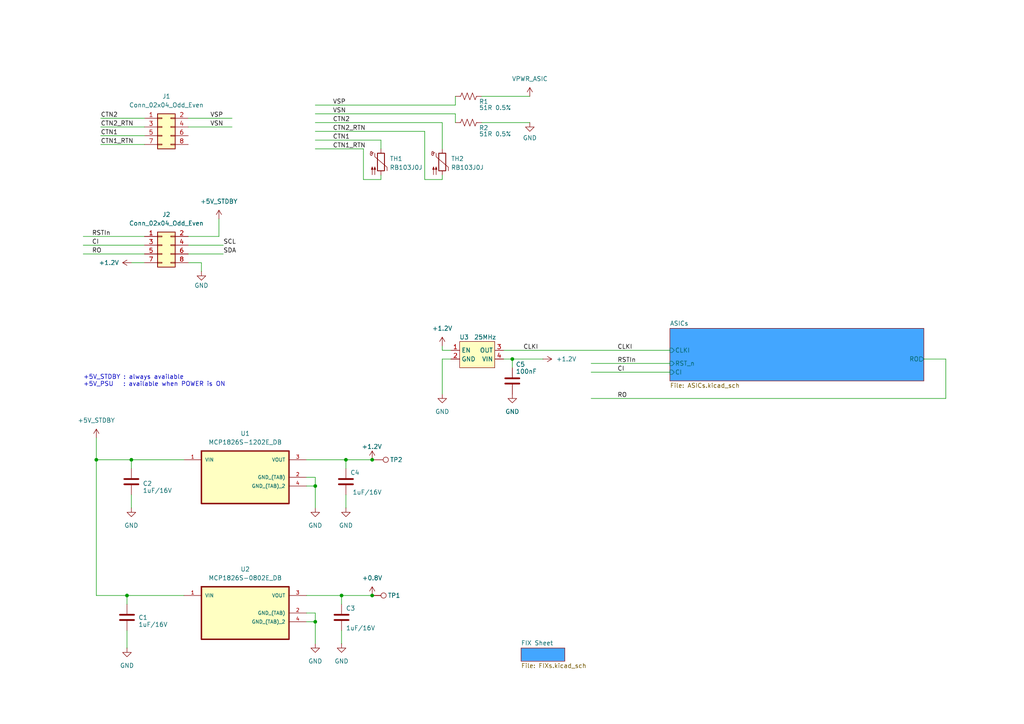
<source format=kicad_sch>
(kicad_sch (version 20231120) (generator "eeschema") (generator_version "8.0")
  (paper "A4")
  (lib_symbols
    (symbol "Connector:TestPoint" (pin_numbers hide) (pin_names (offset 0.762) hide)
      (property "Reference" "TP" (at 0 6.858 0))
      (property "Value" "TestPoint" (at 0 5.08 0))
      (symbol "TestPoint_0_1"
        (circle (center 0 3.302) (radius 0.762))
      )
      (symbol "TestPoint_1_1"
        (pin passive line (at 0 0 90) (length 2.54) (name "1") (number "1"))
      )
    )
    (symbol "Connector_Generic:Conn_02x04_Odd_Even" (pin_names (offset 1.016) hide)
      (property "Reference" "J" (at 1.27 5.08 0))
      (property "Value" "Conn_02x04_Odd_Even" (at 1.27 -7.62 0))
      (symbol "Conn_02x04_Odd_Even_1_1"
        (rectangle (start -1.27 -4.953) (end 0 -5.207) (stroke (width 0.1524)))
        (rectangle (start -1.27 -2.413) (end 0 -2.667) (stroke (width 0.1524)))
        (rectangle (start -1.27 0.127) (end 0 -0.127) (stroke (width 0.1524)))
        (rectangle (start -1.27 2.667) (end 0 2.413) (stroke (width 0.1524)))
        (rectangle (start -1.27 3.81) (end 3.81 -6.35) (stroke (width 0.254)) (fill (type background)))
        (rectangle (start 3.81 -4.953) (end 2.54 -5.207) (stroke (width 0.1524)))
        (rectangle (start 3.81 -2.413) (end 2.54 -2.667) (stroke (width 0.1524)))
        (rectangle (start 3.81 0.127) (end 2.54 -0.127) (stroke (width 0.1524)))
        (rectangle (start 3.81 2.667) (end 2.54 2.413) (stroke (width 0.1524)))
        (pin passive line (at -5.08 2.54 0) (length 3.81) (name "Pin_1") (number "1"))
        (pin passive line (at 7.62 2.54 180) (length 3.81) (name "Pin_2") (number "2"))
        (pin passive line (at -5.08 0 0) (length 3.81) (name "Pin_3") (number "3"))
        (pin passive line (at 7.62 0 180) (length 3.81) (name "Pin_4") (number "4"))
        (pin passive line (at -5.08 -2.54 0) (length 3.81) (name "Pin_5") (number "5"))
        (pin passive line (at 7.62 -2.54 180) (length 3.81) (name "Pin_6") (number "6"))
        (pin passive line (at -5.08 -5.08 0) (length 3.81) (name "Pin_7") (number "7"))
        (pin passive line (at 7.62 -5.08 180) (length 3.81) (name "Pin_8") (number "8"))
      )
    )
    (symbol "Device:C" (pin_numbers hide) (pin_names (offset 0.254))
      (property "Reference" "C" (at 0.635 2.54 0))
      (property "Value" "C" (at 0.635 -2.54 0))
      (symbol "C_0_1"
        (polyline (pts (xy -2.032 -0.762) (xy 2.032 -0.762)) (stroke (width 0.508)))
        (polyline (pts (xy -2.032 0.762) (xy 2.032 0.762)) (stroke (width 0.508)))
      )
      (symbol "C_1_1"
        (pin passive line (at 0 3.81 270) (length 2.794) (name "~") (number "1"))
        (pin passive line (at 0 -3.81 90) (length 2.794) (name "~") (number "2"))
      )
    )
    (symbol "Device:R_US" (pin_numbers hide) (pin_names (offset 0))
      (property "Reference" "R" (at 2.54 0 90))
      (property "Value" "R_US" (at -2.54 0 90))
      (symbol "R_US_0_1"
        (polyline (pts (xy 0 -2.286) (xy 0 -2.54)))
        (polyline (pts (xy 0 2.286) (xy 0 2.54)))
        (polyline (pts (xy 0 -0.762) (xy 1.016 -1.143) (xy 0 -1.524) (xy -1.016 -1.905) (xy 0 -2.286)))
        (polyline (pts (xy 0 0.762) (xy 1.016 0.381) (xy 0 0) (xy -1.016 -0.381) (xy 0 -0.762)))
        (polyline (pts (xy 0 2.286) (xy 1.016 1.905) (xy 0 1.524) (xy -1.016 1.143) (xy 0 0.762)))
      )
      (symbol "R_US_1_1"
        (pin passive line (at 0 3.81 270) (length 1.27) (name "~") (number "1"))
        (pin passive line (at 0 -3.81 90) (length 1.27) (name "~") (number "2"))
      )
    )
    (symbol "EKO_Miner_ASIClib:MCP1826S-0802E_DB" (pin_names (offset 1.016))
      (property "Reference" "U" (at -12.7 10.668 0))
      (property "Value" "MCP1826S-0802E_DB" (at -12.7 8.636 0))
      (property "P/N MOUSER" "579-MCP1826S-0802EDB" (at 0 0 0))
      (symbol "MCP1826S-0802E_DB_0_0"
        (rectangle (start -12.7 -7.62) (end 12.7 7.62) (stroke (width 0.41)) (fill (type background)))
        (pin input line (at -17.78 5.08 0) (length 5.08) (name "VIN") (number "1"))
        (pin power_in line (at 17.78 0 180) (length 5.08) (name "GND_(TAB)") (number "2"))
        (pin output line (at 17.78 5.08 180) (length 5.08) (name "VOUT") (number "3"))
        (pin power_in line (at 17.78 -2.54 180) (length 5.08) (name "GND_(TAB)_2") (number "4"))
      )
    )
    (symbol "EKO_Miner_ASIClib:MCP1826S-1802E_DB" (pin_names (offset 1.016))
      (property "Reference" "U" (at -12.7 10.668 0))
      (property "Value" "MCP1826S-1802E_DB" (at -12.7 8.636 0))
      (property "P/N MOUSER" "579-MCP1826S-1802EDB" (at 0 0 0))
      (symbol "MCP1826S-1802E_DB_0_0"
        (rectangle (start -12.7 -7.62) (end 12.7 7.62) (stroke (width 0.41)) (fill (type background)))
        (pin input line (at -17.78 5.08 0) (length 5.08) (name "VIN") (number "1"))
        (pin power_in line (at 17.78 0 180) (length 5.08) (name "GND_(TAB)") (number "2"))
        (pin output line (at 17.78 5.08 180) (length 5.08) (name "VOUT") (number "3"))
        (pin power_in line (at 17.78 -2.54 180) (length 5.08) (name "GND_(TAB)_2") (number "4"))
      )
    )
    (symbol "Sensor_Temperature:PT1000" (pin_numbers hide) (pin_names (offset 0))
      (property "Reference" "TH" (at -4.445 0 90))
      (property "Value" "PT1000" (at 3.175 0 90))
      (symbol "PT1000_0_1"
        (arc (start -3.048 2.159) (mid -3.0495 2.3143) (end -3.175 2.413))
        (arc (start -3.048 2.159) (mid -2.9736 1.9794) (end -2.794 1.905))
        (arc (start -3.048 2.794) (mid -2.9736 2.6144) (end -2.794 2.54))
        (arc (start -2.794 1.905) (mid -2.6144 1.9794) (end -2.54 2.159))
        (arc (start -2.794 2.54) (mid -2.4393 2.5587) (end -2.159 2.794))
        (arc (start -2.794 3.048) (mid -2.9736 2.9736) (end -3.048 2.794))
        (arc (start -2.54 2.794) (mid -2.6144 2.9736) (end -2.794 3.048))
        (rectangle (start -1.016 2.54) (end 1.016 -2.54) (stroke (width 0.254)))
        (polyline (pts (xy -2.54 2.159) (xy -2.54 2.794)))
        (polyline (pts (xy -1.778 2.54) (xy -1.778 1.524) (xy 1.778 -1.524) (xy 1.778 -2.54)))
        (polyline (pts (xy -2.54 -3.683) (xy -2.54 -1.397) (xy -2.794 -2.159) (xy -2.286 -2.159) (xy -2.54 -1.397) (xy -2.54 -1.651)) (fill (type outline)))
        (polyline (pts (xy -1.778 -3.683) (xy -1.778 -1.397) (xy -2.032 -2.159) (xy -1.524 -2.159) (xy -1.778 -1.397) (xy -1.778 -1.651)) (fill (type outline)))
      )
      (symbol "PT1000_1_1"
        (pin passive line (at 0 3.81 270) (length 1.27) (name "~") (number "1"))
        (pin passive line (at 0 -3.81 90) (length 1.27) (name "~") (number "2"))
      )
    )
    (symbol "bitaxe:oscillator"
      (property "Reference" "U" (at -3.81 5.08 0))
      (property "Value" "oscillator" (at 0 -5.08 0))
      (symbol "oscillator_0_1"
        (rectangle (start -5.08 3.81) (end 5.08 -3.81) (stroke (width 0.1524)) (fill (type background)))
      )
      (symbol "oscillator_1_0"
        (pin bidirectional line (at -7.62 1.27 0) (length 2.54) (name "EN") (number "1"))
        (pin bidirectional line (at -7.62 -1.27 0) (length 2.54) (name "GND") (number "2"))
        (pin bidirectional line (at 7.62 1.27 180) (length 2.54) (name "OUT") (number "3"))
        (pin bidirectional line (at 7.62 -1.27 180) (length 2.54) (name "VIN") (number "4"))
      )
    )
    (symbol "power:+3.3V" (power) (pin_names (offset 0))
      (property "Value" "+3.3V" (at 0 3.556 0))
      (symbol "+3.3V_0_1"
        (polyline (pts (xy -0.762 1.27) (xy 0 2.54)))
        (polyline (pts (xy 0 0) (xy 0 2.54)))
        (polyline (pts (xy 0 2.54) (xy 0.762 1.27)))
      )
      (symbol "+3.3V_1_1"
        (pin power_in line (at 0 0 90) (length 0) hide (name "+3.3V") (number "1"))
      )
    )
    (symbol "power:GND" (power) (pin_numbers hide) (pin_names (offset 0) hide)
      (property "Value" "GND" (at 0 -3.81 0))
      (symbol "GND_0_1"
        (polyline (pts (xy 0 0) (xy 0 -1.27) (xy 1.27 -1.27) (xy 0 -2.54) (xy -1.27 -1.27) (xy 0 -1.27)))
      )
      (symbol "GND_1_1"
        (pin power_in line (at 0 0 270) (length 0) (name "~") (number "1"))
      )
    )
    (symbol "power:VDD" (power) (pin_numbers hide) (pin_names (offset 0) hide)
      (property "Value" "VDD" (at 0 3.556 0))
      (symbol "VDD_0_1"
        (polyline (pts (xy -0.762 1.27) (xy 0 2.54)))
        (polyline (pts (xy 0 0) (xy 0 2.54)))
        (polyline (pts (xy 0 2.54) (xy 0.762 1.27)))
      )
      (symbol "VDD_1_1"
        (pin power_in line (at 0 0 90) (length 0) (name "~") (number "1"))
      )
    )
  )
  (junction (at 107.95 172.72))
  (junction (at 99.06 172.72))
  (junction (at 107.95 133.35))
  (junction (at 38.1 133.35))
  (junction (at 27.94 133.35))
  (junction (at 91.44 140.97))
  (junction (at 36.83 172.72))
  (junction (at 100.33 133.35) (diameter 0.9144))
  (junction (at 148.59 104.14))
  (junction (at 91.44 180.34))
  (wire (pts (xy 29.21 34.29) (xy 41.91 34.29)))
  (wire (pts (xy 88.9 133.35) (xy 100.33 133.35)))
  (wire (pts (xy 128.27 52.07) (xy 128.27 50.8)))
  (wire (pts (xy 27.94 133.35) (xy 38.1 133.35)))
  (wire (pts (xy 91.44 138.43) (xy 91.44 140.97)))
  (wire (pts (xy 110.49 52.07) (xy 110.49 50.8)))
  (wire (pts (xy 88.9 177.8) (xy 91.44 177.8)))
  (wire (pts (xy 91.44 140.97) (xy 91.44 147.32)))
  (wire (pts (xy 36.83 172.72) (xy 53.34 172.72)))
  (wire (pts (xy 148.59 104.14) (xy 148.59 106.68)))
  (wire (pts (xy 36.83 187.96) (xy 36.83 182.88)))
  (wire (pts (xy 88.9 140.97) (xy 91.44 140.97)))
  (wire (pts (xy 29.21 41.91) (xy 41.91 41.91)))
  (wire (pts (xy 99.06 172.72) (xy 107.95 172.72)))
  (wire (pts (xy 274.32 115.57) (xy 274.32 104.14)))
  (wire (pts (xy 123.19 52.07) (xy 128.27 52.07)))
  (wire (pts (xy 107.95 133.35) (xy 108.585 133.35)))
  (wire (pts (xy 128.27 104.14) (xy 128.27 114.3)))
  (wire (pts (xy 171.45 105.41) (xy 194.31 105.41)))
  (wire (pts (xy 105.41 43.18) (xy 105.41 52.07)))
  (wire (pts (xy 29.21 36.83) (xy 41.91 36.83)))
  (wire (pts (xy 132.08 27.94) (xy 132.08 30.48)))
  (wire (pts (xy 128.27 101.6) (xy 128.27 100.33)))
  (wire (pts (xy 128.27 35.56) (xy 128.27 43.18)))
  (wire (pts (xy 38.1 133.35) (xy 38.1 135.89)))
  (wire (pts (xy 139.7 35.56) (xy 153.67 35.56)))
  (wire (pts (xy 99.06 186.69) (xy 99.06 182.88)))
  (wire (pts (xy 91.44 43.18) (xy 105.41 43.18)))
  (wire (pts (xy 27.94 172.72) (xy 36.83 172.72)))
  (wire (pts (xy 105.41 52.07) (xy 110.49 52.07)))
  (wire (pts (xy 27.94 133.35) (xy 27.94 172.72)))
  (wire (pts (xy 58.42 76.2) (xy 58.42 78.74)))
  (wire (pts (xy 38.1 143.51) (xy 38.1 147.32)))
  (wire (pts (xy 146.05 101.6) (xy 194.31 101.6)))
  (wire (pts (xy 132.08 30.48) (xy 91.44 30.48)))
  (wire (pts (xy 88.9 172.72) (xy 99.06 172.72)))
  (wire (pts (xy 128.27 104.14) (xy 130.81 104.14)))
  (wire (pts (xy 24.13 71.12) (xy 41.91 71.12)))
  (wire (pts (xy 64.77 73.66) (xy 54.61 73.66)))
  (wire (pts (xy 171.45 107.95) (xy 194.31 107.95)))
  (wire (pts (xy 88.9 180.34) (xy 91.44 180.34)))
  (wire (pts (xy 100.33 133.35) (xy 100.33 135.89)))
  (wire (pts (xy 91.44 33.02) (xy 132.08 33.02)))
  (wire (pts (xy 91.44 35.56) (xy 128.27 35.56)))
  (wire (pts (xy 91.44 40.64) (xy 110.49 40.64)))
  (wire (pts (xy 38.1 133.35) (xy 53.34 133.35)))
  (wire (pts (xy 139.7 27.94) (xy 153.67 27.94)))
  (wire (pts (xy 63.5 63.5) (xy 63.5 68.58)))
  (wire (pts (xy 41.91 76.2) (xy 38.1 76.2)))
  (wire (pts (xy 54.61 36.83) (xy 67.31 36.83)))
  (wire (pts (xy 132.08 33.02) (xy 132.08 35.56)))
  (wire (pts (xy 110.49 40.64) (xy 110.49 43.18)))
  (wire (pts (xy 91.44 186.69) (xy 91.44 180.34)))
  (wire (pts (xy 123.19 38.1) (xy 123.19 52.07)))
  (wire (pts (xy 274.32 104.14) (xy 267.97 104.14)))
  (wire (pts (xy 171.45 115.57) (xy 274.32 115.57)))
  (wire (pts (xy 24.13 73.66) (xy 41.91 73.66)))
  (wire (pts (xy 91.44 138.43) (xy 88.9 138.43)))
  (wire (pts (xy 54.61 34.29) (xy 67.31 34.29)))
  (wire (pts (xy 148.59 104.14) (xy 157.48 104.14)))
  (wire (pts (xy 54.61 76.2) (xy 58.42 76.2)))
  (wire (pts (xy 91.44 180.34) (xy 91.44 177.8)))
  (wire (pts (xy 128.27 101.6) (xy 130.81 101.6)))
  (wire (pts (xy 91.44 38.1) (xy 123.19 38.1)))
  (wire (pts (xy 100.33 143.51) (xy 100.33 147.32)))
  (wire (pts (xy 27.94 127) (xy 27.94 133.35)))
  (wire (pts (xy 99.06 172.72) (xy 99.06 175.26)))
  (wire (pts (xy 100.33 133.35) (xy 107.95 133.35)))
  (wire (pts (xy 64.77 71.12) (xy 54.61 71.12)))
  (wire (pts (xy 146.05 104.14) (xy 148.59 104.14)))
  (wire (pts (xy 24.13 68.58) (xy 41.91 68.58)))
  (wire (pts (xy 29.21 39.37) (xy 41.91 39.37)))
  (wire (pts (xy 63.5 68.58) (xy 54.61 68.58)))
  (wire (pts (xy 36.83 172.72) (xy 36.83 175.26)))
  (text "+5V_STDBY : always available\n+5V_PSU   : available when POWER is ON" (at 24.13 110.49 0) (effects (font (size 1.27 1.27)) (justify left)))
  (label "CTN1_RTN" (at 29.21 41.91 0))
  (label "CLKI" (at 179.07 101.6 0))
  (label "RSTIn" (at 179.07 105.41 0))
  (label "CI" (at 179.07 107.95 0))
  (label "CLKI" (at 151.765 101.6 0))
  (label "VSN" (at 60.96 36.83 0))
  (label "RO" (at 26.67 73.66 0))
  (label "CTN2" (at 29.21 34.29 0))
  (label "CTN1_RTN" (at 96.52 43.18 0))
  (label "CTN1" (at 29.21 39.37 0))
  (label "RO" (at 179.07 115.57 0))
  (label "RSTIn" (at 26.67 68.58 0))
  (label "VSP" (at 96.52 30.48 0))
  (label "CI" (at 26.67 71.12 0))
  (label "SCL" (at 64.77 71.12 0))
  (label "CTN2_RTN" (at 96.52 38.1 0))
  (label "VSP" (at 60.96 34.29 0))
  (label "CTN2_RTN" (at 29.21 36.83 0))
  (label "VSN" (at 96.52 33.02 0))
  (label "CTN1" (at 96.52 40.64 0))
  (label "CTN2" (at 96.52 35.56 0))
  (label "SDA" (at 64.77 73.66 0))
  (symbol (lib_id "power:GND") (at 58.42 78.74 0) (mirror y) (unit 1)
    (property "Reference" "#PWR05" (effects (hide yes)))
    (property "Value" "GND" (at 58.42 82.804 0))
    (property "Description" "Power symbol creates a global label with name \"GND\" , ground" (effects (hide yes)))
  )
  (symbol (lib_id "power:GND") (at 91.44 186.69 0) (unit 1)
    (property "Reference" "#PWR08" (effects (hide yes)))
    (property "Value" "GND" (at 91.44 191.77 0))
    (property "Description" "Power symbol creates a global label with name \"GND\" , ground" (effects (hide yes)))
  )
  (symbol (lib_id "power:GND") (at 128.27 114.3 0) (unit 1)
    (property "Reference" "#PWR014" (effects (hide yes)))
    (property "Value" "GND" (at 128.27 119.38 0))
    (property "Description" "Power symbol creates a global label with name \"GND\" , ground" (effects (hide yes)))
  )
  (symbol (lib_id "power:VDD") (at 107.95 172.72 0) (unit 1)
    (property "Reference" "#PWR012" (effects (hide yes)))
    (property "Value" "+0.8V" (at 107.95 167.64 0))
    (property "Description" "Power symbol creates a global label with name \"VDD\"" (effects (hide yes)))
  )
  (symbol (lib_id "Connector:TestPoint") (at 107.95 172.72 270) (mirror x) (unit 1) (in_bom no)
    (property "Reference" "TP1" (at 114.3 172.72 90))
    (property "Value" "TestPoint" (effects (hide yes)))
    (property "Footprint" "TestPoint:TestPoint_Pad_D1.0mm" (effects (hide yes)))
  )
  (symbol (lib_id "power:GND") (at 100.33 147.32 0) (unit 1)
    (property "Reference" "#PWR010" (effects (hide yes)))
    (property "Value" "GND" (at 100.33 152.4 0))
    (property "Description" "Power symbol creates a global label with name \"GND\" , ground" (effects (hide yes)))
  )
  (symbol (lib_id "power:GND") (at 38.1 147.32 0) (unit 1)
    (property "Reference" "#PWR04" (effects (hide yes)))
    (property "Value" "GND" (at 38.1 152.4 0))
    (property "Description" "Power symbol creates a global label with name \"GND\" , ground" (effects (hide yes)))
  )
  (symbol (lib_id "Device:C") (at 36.83 179.07 0) (unit 1)
    (property "Reference" "C1" (at 40.132 179.832 0) (effects (justify left bottom)))
    (property "Value" "1uF/16V" (at 40.132 181.864 0) (effects (justify left bottom)))
    (property "Footprint" "Capacitor_SMD:C_0805_2012Metric_Pad1.18x1.45mm_HandSolder" (effects (hide yes)))
    (property "MP" "CL21B105KOFNFNE" (effects (hide yes)))
    (property "P/N MOUSER" "187-CL21B105KOFNFNE" (effects (hide yes)))
  )
  (symbol (lib_id "bitaxe:oscillator") (at 138.43 102.87 0) (unit 1)
    (property "Reference" "U3" (at 134.62 97.79 0))
    (property "Value" "25MHz" (at 140.716 97.79 0))
    (property "Footprint" "Oscillator:Oscillator_SMD_Abracon_ASE-4Pin_3.2x2.5mm" (effects (hide yes)))
    (property "Datasheet" "https://www.jauch.com/downloadfile/5ef1edcfb8e2f73163c8ce8009ef659d1/jo32-1.8-3.3v.pdf" (effects (hide yes)))
    (property "MP" "LFSPXO076024Cutt" (effects (hide yes)))
    (property "P/N MOUSER" "449-LFSPXO076024CUTT" (effects (hide yes)))
  )
  (symbol (lib_id "EKO_Miner_ASIClib:MCP1826S-1802E_DB") (at 71.12 138.43 0) (unit 1)
    (property "Reference" "U1" (at 71.12 125.73 0))
    (property "Value" "MCP1826S-1202E_DB" (at 71.12 128.27 0))
    (property "Footprint" "EKO_Miner_ASIClib:MCP1826S" (effects (hide yes)))
    (property "MF" "Microchip" (effects (hide yes)))
    (property "Description_1" "\nIC,LINEAR REGULATOR;MAX. INPUT,6V;OUTPUT,1.2V;1000MA;ACCURACY,0.5%;SOT223-3 | Microchip Technology Inc. MCP1826S-1202E/DB\n" (effects (hide yes)))
    (property "Package" "SOT-223 Microchip Technology" (effects (hide yes)))
    (property "Price" "None" (effects (hide yes)))
    (property "MP" "MCP1826S-1802E/DB" (effects (hide yes)))
    (property "Purchase-URL" "https://www.snapeda.com/api/url_track_click_mouser/?unipart_id=142747&manufacturer=Microchip&part_name=MCP1826S-1802E/DB&search_term=mcp1826s" (effects (hide yes)))
    (property "Availability" "In Stock" (effects (hide yes)))
    (property "Check_prices" "https://www.snapeda.com/parts/MCP1826S-1802E/DB/Microchip/view-part/?ref=eda" (effects (hide yes)))
    (property "P/N MOUSER" "579-MCP1826S-1802EDB" (effects (hide yes)))
  )
  (symbol (lib_id "power:VDD") (at 38.1 76.2 90) (unit 1)
    (property "Reference" "#PWR03" (effects (hide yes)))
    (property "Value" "+1.2V" (at 34.544 76.2 90) (effects (justify left)))
    (property "Description" "Power symbol creates a global label with name \"VDD\"" (effects (hide yes)))
  )
  (symbol (lib_id "power:VDD") (at 157.48 104.14 270) (unit 1)
    (property "Reference" "#PWR018" (effects (hide yes)))
    (property "Value" "+1.2V" (at 161.29 104.1399 90) (effects (justify left)))
    (property "Description" "Power symbol creates a global label with name \"VDD\"" (effects (hide yes)))
  )
  (symbol (lib_id "power:VDD") (at 107.95 133.35 0) (unit 1)
    (property "Reference" "#PWR011" (effects (hide yes)))
    (property "Value" "+1.2V" (at 104.902 129.54 0) (effects (justify left)))
    (property "Description" "Power symbol creates a global label with name \"VDD\"" (effects (hide yes)))
  )
  (symbol (lib_id "power:GND") (at 99.06 186.69 0) (unit 1)
    (property "Reference" "#PWR09" (effects (hide yes)))
    (property "Value" "GND" (at 99.06 191.77 0))
    (property "Description" "Power symbol creates a global label with name \"GND\" , ground" (effects (hide yes)))
  )
  (symbol (lib_id "Connector_Generic:Conn_02x04_Odd_Even") (at 46.99 71.12 0) (unit 1)
    (property "Reference" "J2" (at 48.26 62.23 0))
    (property "Value" "Conn_02x04_Odd_Even" (at 48.26 64.77 0))
    (property "Footprint" "Connector_PinHeader_2.54mm:PinHeader_2x04_P2.54mm_Vertical_SMD" (effects (hide yes)))
    (property "Description" "Generic connector, double row, 02x04, odd/even pin numbering scheme (row 1 odd numbers, row 2 even numbers), script generated (kicad-library-utils/schlib/autogen/connector/)" (effects (hide yes)))
  )
  (symbol (lib_id "Connector:TestPoint") (at 108.585 133.35 270) (mirror x) (unit 1) (in_bom no)
    (property "Reference" "TP2" (at 114.935 133.35 90))
    (property "Value" "TestPoint" (effects (hide yes)))
    (property "Footprint" "TestPoint:TestPoint_Pad_D1.0mm" (effects (hide yes)))
  )
  (symbol (lib_id "power:GND") (at 36.83 187.96 0) (unit 1)
    (property "Reference" "#PWR02" (effects (hide yes)))
    (property "Value" "GND" (at 36.83 193.04 0))
    (property "Description" "Power symbol creates a global label with name \"GND\" , ground" (effects (hide yes)))
  )
  (symbol (lib_id "Device:C") (at 99.06 179.07 0) (unit 1)
    (property "Reference" "C3" (at 100.33 177.165 0) (effects (justify left bottom)))
    (property "Value" "1uF/16V" (at 100.33 182.88 0) (effects (justify left bottom)))
    (property "Footprint" "Capacitor_SMD:C_0805_2012Metric_Pad1.18x1.45mm_HandSolder" (effects (hide yes)))
    (property "MP" "CL21B105KOFNFNE" (effects (hide yes)))
    (property "P/N MOUSER" "187-CL21B105KOFNFNE" (effects (hide yes)))
  )
  (symbol (lib_id "Device:R_US") (at 135.89 27.94 270) (unit 1)
    (property "Reference" "R1" (at 138.938 29.464 90) (effects (justify left)))
    (property "Value" "51R 0.5%" (at 138.938 31.242 90) (effects (justify left)))
    (property "Footprint" "Resistor_SMD:R_0805_2012Metric" (effects (hide yes)))
    (property "MP" "RT0805DRE0751RL" (effects (hide yes)))
    (property "P/N MOUSER" "603-RT0805DRE0751RL" (effects (hide yes)))
  )
  (symbol (lib_id "power:VDD") (at 128.27 100.33 0) (unit 1)
    (property "Reference" "#PWR013" (effects (hide yes)))
    (property "Value" "+1.2V" (at 128.27 95.25 0))
    (property "Description" "Power symbol creates a global label with name \"VDD\"" (effects (hide yes)))
  )
  (symbol (lib_id "Device:C") (at 38.1 139.7 0) (unit 1)
    (property "Reference" "C2" (at 41.402 140.97 0) (effects (justify left bottom)))
    (property "Value" "1uF/16V" (at 41.402 143.002 0) (effects (justify left bottom)))
    (property "Footprint" "Capacitor_SMD:C_0805_2012Metric_Pad1.18x1.45mm_HandSolder" (effects (hide yes)))
    (property "MP" "CL21B105KOFNFNE" (effects (hide yes)))
    (property "P/N MOUSER" "187-CL21B105KOFNFNE" (effects (hide yes)))
  )
  (symbol (lib_id "power:VDD") (at 153.67 27.94 0) (unit 1)
    (property "Reference" "#PWR016" (effects (hide yes)))
    (property "Value" "VPWR_ASIC" (at 153.67 22.86 0))
    (property "Description" "Power symbol creates a global label with name \"VDD\"" (effects (hide yes)))
  )
  (symbol (lib_id "power:+3.3V") (at 63.5 63.5 0) (mirror y) (unit 1)
    (property "Reference" "#PWR06" (effects (hide yes)))
    (property "Value" "+5V_STDBY" (at 63.5 58.42 0))
  )
  (symbol (lib_id "power:GND") (at 153.67 35.56 0) (mirror y) (unit 1)
    (property "Reference" "#PWR017" (effects (hide yes)))
    (property "Value" "GND" (at 153.67 40.005 0))
  )
  (symbol (lib_id "Sensor_Temperature:PT1000") (at 128.27 46.99 0) (unit 1)
    (property "Reference" "TH2" (at 130.81 46.0374 0) (effects (justify left)))
    (property "Value" "RB103J0J" (at 130.81 48.5774 0) (effects (justify left)))
    (property "Footprint" "Resistor_SMD:R_0603_1608Metric" (effects (hide yes)))
    (property "Description" "CTN" (effects (hide yes)))
    (property "MP" "RB103J0J" (effects (hide yes)))
    (property "P/N MOUSER" "576-RB103J0J" (effects (hide yes)))
  )
  (symbol (lib_id "Connector_Generic:Conn_02x04_Odd_Even") (at 46.99 36.83 0) (unit 1)
    (property "Reference" "J1" (at 48.26 27.94 0))
    (property "Value" "Conn_02x04_Odd_Even" (at 48.26 30.48 0))
    (property "Footprint" "Connector_PinHeader_2.54mm:PinHeader_2x04_P2.54mm_Vertical_SMD" (effects (hide yes)))
    (property "Description" "Generic connector, double row, 02x04, odd/even pin numbering scheme (row 1 odd numbers, row 2 even numbers), script generated (kicad-library-utils/schlib/autogen/connector/)" (effects (hide yes)))
  )
  (symbol (lib_id "power:GND") (at 91.44 147.32 0) (unit 1)
    (property "Reference" "#PWR07" (effects (hide yes)))
    (property "Value" "GND" (at 91.44 152.4 0))
    (property "Description" "Power symbol creates a global label with name \"GND\" , ground" (effects (hide yes)))
  )
  (symbol (lib_id "Device:C") (at 148.59 110.49 0) (unit 1)
    (property "Reference" "C5" (at 149.606 106.426 0) (effects (justify left bottom)))
    (property "Value" "100nF" (at 149.606 108.458 0) (effects (justify left bottom)))
    (property "Footprint" "Capacitor_SMD:C_0805_2012Metric_Pad1.18x1.45mm_HandSolder" (effects (hide yes)))
    (property "P/N MOUSER" "791-0805B104M101CT" (effects (hide yes)))
  )
  (symbol (lib_id "power:GND") (at 148.59 114.3 0) (unit 1)
    (property "Reference" "#PWR015" (effects (hide yes)))
    (property "Value" "GND" (at 148.59 119.38 0))
    (property "Description" "Power symbol creates a global label with name \"GND\" , ground" (effects (hide yes)))
  )
  (symbol (lib_id "Device:R_US") (at 135.89 35.56 270) (unit 1)
    (property "Reference" "R2" (at 138.938 37.084 90) (effects (justify left)))
    (property "Value" "51R 0.5%" (at 138.938 38.862 90) (effects (justify left)))
    (property "Footprint" "Resistor_SMD:R_0805_2012Metric" (effects (hide yes)))
    (property "MP" "RT0805DRE0751RL" (effects (hide yes)))
    (property "P/N MOUSER" "603-RT0805DRE0751RL" (effects (hide yes)))
  )
  (symbol (lib_id "EKO_Miner_ASIClib:MCP1826S-0802E_DB") (at 71.12 177.8 0) (unit 1)
    (property "Reference" "U2" (at 71.12 165.1 0))
    (property "Value" "MCP1826S-0802E_DB" (at 71.12 167.64 0))
    (property "Footprint" "EKO_Miner_ASIClib:MCP1826S" (effects (hide yes)))
    (property "MF" "Microchip" (effects (hide yes)))
    (property "Description_1" "\nIC,LINEAR REGULATOR;MAX. INPUT,6V;OUTPUT,1.8V;1000MA;ACCURACY,0.5%;SOT223-3 | Microchip Technology Inc. MCP1826S-1802E/DB\n" (effects (hide yes)))
    (property "Package" "SOT-223 Microchip Technology" (effects (hide yes)))
    (property "Price" "None" (effects (hide yes)))
    (property "MP" "MCP1826S-1802E/DB" (effects (hide yes)))
    (property "Purchase-URL" "https://www.snapeda.com/api/url_track_click_mouser/?unipart_id=142747&manufacturer=Microchip&part_name=MCP1826S-1802E/DB&search_term=mcp1826s" (effects (hide yes)))
    (property "Availability" "In Stock" (effects (hide yes)))
    (property "Check_prices" "https://www.snapeda.com/parts/MCP1826S-1802E/DB/Microchip/view-part/?ref=eda" (effects (hide yes)))
    (property "P/N MOUSER" "579-MCP1826S-0802EDB" (effects (hide yes)))
  )
  (symbol (lib_id "Device:C") (at 100.33 139.7 0) (unit 1)
    (property "Reference" "C4" (at 101.6 137.795 0) (effects (justify left bottom)))
    (property "Value" "1uF/16V" (at 102.235 143.51 0) (effects (justify left bottom)))
    (property "Footprint" "Capacitor_SMD:C_0805_2012Metric_Pad1.18x1.45mm_HandSolder" (effects (hide yes)))
    (property "MP" "CL21B105KOFNFNE" (effects (hide yes)))
    (property "P/N MOUSER" "187-CL21B105KOFNFNE" (effects (hide yes)))
  )
  (symbol (lib_id "power:+3.3V") (at 27.94 127 0) (unit 1)
    (property "Reference" "#PWR01" (effects (hide yes)))
    (property "Value" "+5V_STDBY" (at 27.94 121.92 0))
  )
  (symbol (lib_id "Sensor_Temperature:PT1000") (at 110.49 46.99 0) (unit 1)
    (property "Reference" "TH1" (at 113.03 46.0374 0) (effects (justify left)))
    (property "Value" "RB103J0J" (at 113.03 48.5774 0) (effects (justify left)))
    (property "Footprint" "Resistor_SMD:R_0603_1608Metric" (effects (hide yes)))
    (property "Description" "CTN" (effects (hide yes)))
    (property "MP" "RB103J0J" (effects (hide yes)))
    (property "P/N MOUSER" "576-RB103J0J" (effects (hide yes)))
  )
  (sheet (at 151.13 187.96) (size 12.7 3.81) (stroke (width 0.1524)) (fill (color 67 166 255 1.0000))
    (property "Sheetname" "FIX Sheet" (at 151.13 187.2484 0) (effects (justify left bottom)))
    (property "Sheetfile" "FIXs.kicad_sch" (at 151.13 192.3546 0) (effects (justify left top)))
  )
  (sheet (at 194.31 95.25) (size 73.66 15.24) (stroke (width 0.1524)) (fill (color 67 166 255 1.0000))
    (property "Sheetname" "ASICs" (at 194.31 94.5384 0) (effects (justify left bottom)))
    (property "Sheetfile" "ASICs.kicad_sch" (at 194.31 111.0746 0) (effects (justify left top)))
    (pin "CLKI" input (at 194.31 101.6 180))
    (pin "CI" input (at 194.31 107.95 180))
    (pin "RST_n" input (at 194.31 105.41 180))
    (pin "RO" output (at 267.97 104.14 0))
  )
)
</source>
